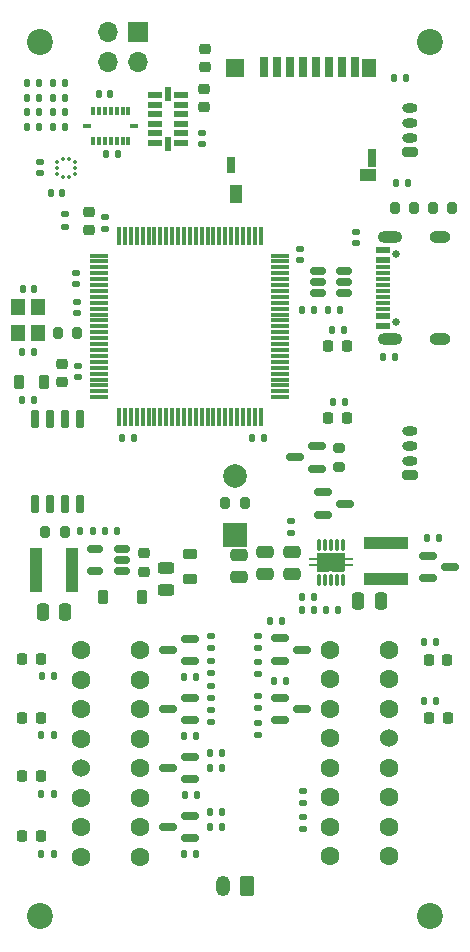
<source format=gbr>
%TF.GenerationSoftware,KiCad,Pcbnew,7.0.2-0*%
%TF.CreationDate,2023-10-14T01:58:59-05:00*%
%TF.ProjectId,Flight Computer,466c6967-6874-4204-936f-6d7075746572,1.1*%
%TF.SameCoordinates,Original*%
%TF.FileFunction,Soldermask,Top*%
%TF.FilePolarity,Negative*%
%FSLAX46Y46*%
G04 Gerber Fmt 4.6, Leading zero omitted, Abs format (unit mm)*
G04 Created by KiCad (PCBNEW 7.0.2-0) date 2023-10-14 01:58:59*
%MOMM*%
%LPD*%
G01*
G04 APERTURE LIST*
G04 Aperture macros list*
%AMRoundRect*
0 Rectangle with rounded corners*
0 $1 Rounding radius*
0 $2 $3 $4 $5 $6 $7 $8 $9 X,Y pos of 4 corners*
0 Add a 4 corners polygon primitive as box body*
4,1,4,$2,$3,$4,$5,$6,$7,$8,$9,$2,$3,0*
0 Add four circle primitives for the rounded corners*
1,1,$1+$1,$2,$3*
1,1,$1+$1,$4,$5*
1,1,$1+$1,$6,$7*
1,1,$1+$1,$8,$9*
0 Add four rect primitives between the rounded corners*
20,1,$1+$1,$2,$3,$4,$5,0*
20,1,$1+$1,$4,$5,$6,$7,0*
20,1,$1+$1,$6,$7,$8,$9,0*
20,1,$1+$1,$8,$9,$2,$3,0*%
G04 Aperture macros list end*
%ADD10RoundRect,0.150000X-0.587500X-0.150000X0.587500X-0.150000X0.587500X0.150000X-0.587500X0.150000X0*%
%ADD11RoundRect,0.135000X-0.185000X0.135000X-0.185000X-0.135000X0.185000X-0.135000X0.185000X0.135000X0*%
%ADD12RoundRect,0.218750X-0.218750X-0.256250X0.218750X-0.256250X0.218750X0.256250X-0.218750X0.256250X0*%
%ADD13RoundRect,0.150000X0.587500X0.150000X-0.587500X0.150000X-0.587500X-0.150000X0.587500X-0.150000X0*%
%ADD14RoundRect,0.200000X-0.275000X0.200000X-0.275000X-0.200000X0.275000X-0.200000X0.275000X0.200000X0*%
%ADD15RoundRect,0.218750X0.218750X0.256250X-0.218750X0.256250X-0.218750X-0.256250X0.218750X-0.256250X0*%
%ADD16RoundRect,0.135000X0.185000X-0.135000X0.185000X0.135000X-0.185000X0.135000X-0.185000X-0.135000X0*%
%ADD17RoundRect,0.135000X-0.135000X-0.185000X0.135000X-0.185000X0.135000X0.185000X-0.135000X0.185000X0*%
%ADD18RoundRect,0.200000X0.200000X0.275000X-0.200000X0.275000X-0.200000X-0.275000X0.200000X-0.275000X0*%
%ADD19RoundRect,0.140000X0.140000X0.170000X-0.140000X0.170000X-0.140000X-0.170000X0.140000X-0.170000X0*%
%ADD20RoundRect,0.225000X-0.250000X0.225000X-0.250000X-0.225000X0.250000X-0.225000X0.250000X0.225000X0*%
%ADD21RoundRect,0.140000X-0.140000X-0.170000X0.140000X-0.170000X0.140000X0.170000X-0.140000X0.170000X0*%
%ADD22RoundRect,0.218750X-0.381250X0.218750X-0.381250X-0.218750X0.381250X-0.218750X0.381250X0.218750X0*%
%ADD23RoundRect,0.140000X-0.170000X0.140000X-0.170000X-0.140000X0.170000X-0.140000X0.170000X0.140000X0*%
%ADD24RoundRect,0.218750X0.218750X0.381250X-0.218750X0.381250X-0.218750X-0.381250X0.218750X-0.381250X0*%
%ADD25RoundRect,0.200000X0.450000X-0.200000X0.450000X0.200000X-0.450000X0.200000X-0.450000X-0.200000X0*%
%ADD26O,1.300000X0.800000*%
%ADD27RoundRect,0.140000X0.170000X-0.140000X0.170000X0.140000X-0.170000X0.140000X-0.170000X-0.140000X0*%
%ADD28RoundRect,0.135000X0.135000X0.185000X-0.135000X0.185000X-0.135000X-0.185000X0.135000X-0.185000X0*%
%ADD29RoundRect,0.075000X-0.725000X-0.075000X0.725000X-0.075000X0.725000X0.075000X-0.725000X0.075000X0*%
%ADD30RoundRect,0.075000X-0.075000X-0.725000X0.075000X-0.725000X0.075000X0.725000X-0.075000X0.725000X0*%
%ADD31RoundRect,0.225000X0.250000X-0.225000X0.250000X0.225000X-0.250000X0.225000X-0.250000X-0.225000X0*%
%ADD32C,2.200000*%
%ADD33RoundRect,0.200000X-0.200000X-0.275000X0.200000X-0.275000X0.200000X0.275000X-0.200000X0.275000X0*%
%ADD34C,0.650000*%
%ADD35R,1.240000X0.600000*%
%ADD36R,1.240000X0.300000*%
%ADD37O,2.100000X1.000000*%
%ADD38O,1.800000X1.000000*%
%ADD39RoundRect,0.150000X0.512500X0.150000X-0.512500X0.150000X-0.512500X-0.150000X0.512500X-0.150000X0*%
%ADD40R,0.700000X1.750000*%
%ADD41R,1.450000X1.000000*%
%ADD42R,1.000000X1.550000*%
%ADD43R,0.800000X1.500000*%
%ADD44R,1.300000X1.500000*%
%ADD45R,1.500000X1.500000*%
%ADD46R,0.800000X1.400000*%
%ADD47RoundRect,0.250000X-0.250000X-0.475000X0.250000X-0.475000X0.250000X0.475000X-0.250000X0.475000X0*%
%ADD48R,1.200000X1.400000*%
%ADD49RoundRect,0.250000X-0.475000X0.250000X-0.475000X-0.250000X0.475000X-0.250000X0.475000X0.250000X0*%
%ADD50R,1.100000X3.700000*%
%ADD51R,3.700000X1.100000*%
%ADD52RoundRect,0.012500X0.112500X-0.325000X0.112500X0.325000X-0.112500X0.325000X-0.112500X-0.325000X0*%
%ADD53RoundRect,0.012500X0.325000X-0.112500X0.325000X0.112500X-0.325000X0.112500X-0.325000X-0.112500X0*%
%ADD54RoundRect,0.070000X-0.140000X0.140000X-0.140000X-0.140000X0.140000X-0.140000X0.140000X0.140000X0*%
%ADD55O,0.420000X0.990000*%
%ADD56C,0.600000*%
%ADD57R,1.050000X0.680000*%
%ADD58R,0.500000X0.260000*%
%ADD59R,0.700000X0.280000*%
%ADD60R,2.400000X1.650000*%
%ADD61RoundRect,0.012500X0.112500X0.125000X-0.112500X0.125000X-0.112500X-0.125000X0.112500X-0.125000X0*%
%ADD62RoundRect,0.012500X0.125000X0.112500X-0.125000X0.112500X-0.125000X-0.112500X0.125000X-0.112500X0*%
%ADD63RoundRect,0.243750X0.456250X-0.243750X0.456250X0.243750X-0.456250X0.243750X-0.456250X-0.243750X0*%
%ADD64RoundRect,0.027500X0.545000X0.247500X-0.545000X0.247500X-0.545000X-0.247500X0.545000X-0.247500X0*%
%ADD65RoundRect,0.027500X0.247500X0.545000X-0.247500X0.545000X-0.247500X-0.545000X0.247500X-0.545000X0*%
%ADD66RoundRect,0.150000X0.150000X-0.650000X0.150000X0.650000X-0.150000X0.650000X-0.150000X-0.650000X0*%
%ADD67RoundRect,0.225000X0.225000X0.375000X-0.225000X0.375000X-0.225000X-0.375000X0.225000X-0.375000X0*%
%ADD68RoundRect,0.250000X0.350000X0.625000X-0.350000X0.625000X-0.350000X-0.625000X0.350000X-0.625000X0*%
%ADD69O,1.200000X1.750000*%
%ADD70C,1.600000*%
%ADD71C,1.524000*%
%ADD72R,2.000000X2.000000*%
%ADD73C,2.000000*%
%ADD74R,1.700000X1.700000*%
%ADD75O,1.700000X1.700000*%
G04 APERTURE END LIST*
D10*
%TO.C,Q9*%
X168662500Y-109997500D03*
X168662500Y-111897500D03*
X170537500Y-110947500D03*
%TD*%
D11*
%TO.C,R3*%
X137950000Y-81090000D03*
X137950000Y-82110000D03*
%TD*%
D12*
%TO.C,D8*%
X134312500Y-123700000D03*
X135887500Y-123700000D03*
%TD*%
D13*
%TO.C,Q2*%
X148537500Y-133912500D03*
X148537500Y-132012500D03*
X146662500Y-132962500D03*
%TD*%
D14*
%TO.C,R18*%
X161150000Y-100837500D03*
X161150000Y-102487500D03*
%TD*%
D11*
%TO.C,R14*%
X154250000Y-124140000D03*
X154250000Y-125160000D03*
%TD*%
D13*
%TO.C,Q1*%
X159237500Y-102612500D03*
X159237500Y-100712500D03*
X157362500Y-101662500D03*
%TD*%
D15*
%TO.C,D2*%
X161787500Y-98362500D03*
X160212500Y-98362500D03*
%TD*%
D11*
%TO.C,R13*%
X154250000Y-121840000D03*
X154250000Y-122860000D03*
%TD*%
D16*
%TO.C,R9*%
X150270000Y-124080000D03*
X150270000Y-123060000D03*
%TD*%
D17*
%TO.C,R19*%
X164890000Y-93162500D03*
X165910000Y-93162500D03*
%TD*%
D18*
%TO.C,R2*%
X138975000Y-91087500D03*
X137325000Y-91087500D03*
%TD*%
D19*
%TO.C,C10*%
X135280000Y-92762500D03*
X134320000Y-92762500D03*
%TD*%
D17*
%TO.C,R22*%
X160020000Y-114600000D03*
X161040000Y-114600000D03*
%TD*%
D20*
%TO.C,C1*%
X149700000Y-70475000D03*
X149700000Y-72025000D03*
%TD*%
D16*
%TO.C,R23*%
X157100000Y-108022500D03*
X157100000Y-107002500D03*
%TD*%
D21*
%TO.C,C8*%
X140820000Y-70850000D03*
X141780000Y-70850000D03*
%TD*%
D19*
%TO.C,C15*%
X143730000Y-100050000D03*
X142770000Y-100050000D03*
%TD*%
D11*
%TO.C,R15*%
X150280000Y-116790000D03*
X150280000Y-117810000D03*
%TD*%
D16*
%TO.C,R35*%
X158060000Y-130957500D03*
X158060000Y-129937500D03*
%TD*%
D22*
%TO.C,FB2*%
X148550000Y-109837500D03*
X148550000Y-111962500D03*
%TD*%
D15*
%TO.C,D4*%
X170287500Y-118800000D03*
X168712500Y-118800000D03*
%TD*%
D18*
%TO.C,R21*%
X167500000Y-80550000D03*
X165850000Y-80550000D03*
%TD*%
D17*
%TO.C,R53*%
X136890000Y-71200000D03*
X137910000Y-71200000D03*
%TD*%
D23*
%TO.C,C25*%
X162580000Y-82580000D03*
X162580000Y-83540000D03*
%TD*%
D24*
%TO.C,FB1*%
X136162500Y-95312500D03*
X134037500Y-95312500D03*
%TD*%
D25*
%TO.C,J8*%
X167100000Y-103175000D03*
D26*
X167100000Y-101925000D03*
X167100000Y-100675000D03*
X167100000Y-99425000D03*
%TD*%
D27*
%TO.C,C16*%
X139000000Y-94867500D03*
X139000000Y-93907500D03*
%TD*%
D19*
%TO.C,C18*%
X158980000Y-113450000D03*
X158020000Y-113450000D03*
%TD*%
D17*
%TO.C,R37*%
X168340000Y-117300000D03*
X169360000Y-117300000D03*
%TD*%
D19*
%TO.C,C3*%
X137680000Y-79250000D03*
X136720000Y-79250000D03*
%TD*%
D28*
%TO.C,R46*%
X158980000Y-89180000D03*
X157960000Y-89180000D03*
%TD*%
%TO.C,R17*%
X161520000Y-90830000D03*
X160500000Y-90830000D03*
%TD*%
D29*
%TO.C,U1*%
X140825000Y-84562500D03*
X140825000Y-85062500D03*
X140825000Y-85562500D03*
X140825000Y-86062500D03*
X140825000Y-86562500D03*
X140825000Y-87062500D03*
X140825000Y-87562500D03*
X140825000Y-88062500D03*
X140825000Y-88562500D03*
X140825000Y-89062500D03*
X140825000Y-89562500D03*
X140825000Y-90062500D03*
X140825000Y-90562500D03*
X140825000Y-91062500D03*
X140825000Y-91562500D03*
X140825000Y-92062500D03*
X140825000Y-92562500D03*
X140825000Y-93062500D03*
X140825000Y-93562500D03*
X140825000Y-94062500D03*
X140825000Y-94562500D03*
X140825000Y-95062500D03*
X140825000Y-95562500D03*
X140825000Y-96062500D03*
X140825000Y-96562500D03*
D30*
X142500000Y-98237500D03*
X143000000Y-98237500D03*
X143500000Y-98237500D03*
X144000000Y-98237500D03*
X144500000Y-98237500D03*
X145000000Y-98237500D03*
X145500000Y-98237500D03*
X146000000Y-98237500D03*
X146500000Y-98237500D03*
X147000000Y-98237500D03*
X147500000Y-98237500D03*
X148000000Y-98237500D03*
X148500000Y-98237500D03*
X149000000Y-98237500D03*
X149500000Y-98237500D03*
X150000000Y-98237500D03*
X150500000Y-98237500D03*
X151000000Y-98237500D03*
X151500000Y-98237500D03*
X152000000Y-98237500D03*
X152500000Y-98237500D03*
X153000000Y-98237500D03*
X153500000Y-98237500D03*
X154000000Y-98237500D03*
X154500000Y-98237500D03*
D29*
X156175000Y-96562500D03*
X156175000Y-96062500D03*
X156175000Y-95562500D03*
X156175000Y-95062500D03*
X156175000Y-94562500D03*
X156175000Y-94062500D03*
X156175000Y-93562500D03*
X156175000Y-93062500D03*
X156175000Y-92562500D03*
X156175000Y-92062500D03*
X156175000Y-91562500D03*
X156175000Y-91062500D03*
X156175000Y-90562500D03*
X156175000Y-90062500D03*
X156175000Y-89562500D03*
X156175000Y-89062500D03*
X156175000Y-88562500D03*
X156175000Y-88062500D03*
X156175000Y-87562500D03*
X156175000Y-87062500D03*
X156175000Y-86562500D03*
X156175000Y-86062500D03*
X156175000Y-85562500D03*
X156175000Y-85062500D03*
X156175000Y-84562500D03*
D30*
X154500000Y-82887500D03*
X154000000Y-82887500D03*
X153500000Y-82887500D03*
X153000000Y-82887500D03*
X152500000Y-82887500D03*
X152000000Y-82887500D03*
X151500000Y-82887500D03*
X151000000Y-82887500D03*
X150500000Y-82887500D03*
X150000000Y-82887500D03*
X149500000Y-82887500D03*
X149000000Y-82887500D03*
X148500000Y-82887500D03*
X148000000Y-82887500D03*
X147500000Y-82887500D03*
X147000000Y-82887500D03*
X146500000Y-82887500D03*
X146000000Y-82887500D03*
X145500000Y-82887500D03*
X145000000Y-82887500D03*
X144500000Y-82887500D03*
X144000000Y-82887500D03*
X143500000Y-82887500D03*
X143000000Y-82887500D03*
X142500000Y-82887500D03*
%TD*%
D15*
%TO.C,D5*%
X170337500Y-123700000D03*
X168762500Y-123700000D03*
%TD*%
D31*
%TO.C,C7*%
X140000000Y-82425000D03*
X140000000Y-80875000D03*
%TD*%
D28*
%TO.C,R39*%
X137010000Y-120200000D03*
X135990000Y-120200000D03*
%TD*%
D19*
%TO.C,C29*%
X135280000Y-96800000D03*
X134320000Y-96800000D03*
%TD*%
D28*
%TO.C,R27*%
X166960000Y-78412500D03*
X165940000Y-78412500D03*
%TD*%
D17*
%TO.C,R38*%
X168340000Y-122300000D03*
X169360000Y-122300000D03*
%TD*%
%TO.C,R33*%
X148040000Y-125262500D03*
X149060000Y-125262500D03*
%TD*%
%TO.C,R44*%
X139240000Y-107850000D03*
X140260000Y-107850000D03*
%TD*%
%TO.C,R1*%
X168590000Y-108500000D03*
X169610000Y-108500000D03*
%TD*%
D28*
%TO.C,R40*%
X136960000Y-130150000D03*
X135940000Y-130150000D03*
%TD*%
D32*
%TO.C,H2*%
X135800000Y-66512500D03*
%TD*%
D33*
%TO.C,R42*%
X136275000Y-108000000D03*
X137925000Y-108000000D03*
%TD*%
D34*
%TO.C,J7*%
X165960000Y-90192500D03*
X165960000Y-84412500D03*
D35*
X164840000Y-90502500D03*
X164840000Y-89702500D03*
D36*
X164840000Y-88552500D03*
X164840000Y-87552500D03*
X164840000Y-87052500D03*
X164840000Y-86052500D03*
D35*
X164840000Y-84902500D03*
X164840000Y-84102500D03*
X164840000Y-84102500D03*
X164840000Y-84902500D03*
D36*
X164840000Y-85552500D03*
X164840000Y-86552500D03*
X164840000Y-88052500D03*
X164840000Y-89052500D03*
D35*
X164840000Y-89702500D03*
X164840000Y-90502500D03*
D37*
X165440000Y-91622500D03*
D38*
X169640000Y-91622500D03*
D37*
X165440000Y-82982500D03*
D38*
X169640000Y-82982500D03*
%TD*%
D28*
%TO.C,R30*%
X156310000Y-115550000D03*
X155290000Y-115550000D03*
%TD*%
D11*
%TO.C,R12*%
X154260000Y-118950000D03*
X154260000Y-119970000D03*
%TD*%
D23*
%TO.C,C12*%
X157850000Y-84007500D03*
X157850000Y-84967500D03*
%TD*%
D17*
%TO.C,R48*%
X134690000Y-69970000D03*
X135710000Y-69970000D03*
%TD*%
D28*
%TO.C,R8*%
X151260000Y-126650000D03*
X150240000Y-126650000D03*
%TD*%
D10*
%TO.C,Q7*%
X156122500Y-121987500D03*
X156122500Y-123887500D03*
X157997500Y-122937500D03*
%TD*%
D27*
%TO.C,C9*%
X138900000Y-86992500D03*
X138900000Y-86032500D03*
%TD*%
D12*
%TO.C,D3*%
X134312500Y-133700000D03*
X135887500Y-133700000D03*
%TD*%
D27*
%TO.C,C4*%
X135850000Y-77580000D03*
X135850000Y-76620000D03*
%TD*%
D17*
%TO.C,R49*%
X136890000Y-69970000D03*
X137910000Y-69970000D03*
%TD*%
D32*
%TO.C,H1*%
X168800000Y-66512500D03*
%TD*%
D31*
%TO.C,C24*%
X137650000Y-95262500D03*
X137650000Y-93712500D03*
%TD*%
D11*
%TO.C,R16*%
X150280000Y-118890000D03*
X150280000Y-119910000D03*
%TD*%
D39*
%TO.C,U2*%
X161587500Y-87762500D03*
X161587500Y-86812500D03*
X161587500Y-85862500D03*
X159312500Y-85862500D03*
X159312500Y-86812500D03*
X159312500Y-87762500D03*
%TD*%
D40*
%TO.C,J10*%
X154795000Y-68562500D03*
X155895000Y-68562500D03*
X156995000Y-68562500D03*
X158095000Y-68562500D03*
X159195000Y-68562500D03*
X160295000Y-68562500D03*
X161395000Y-68562500D03*
X162495000Y-68562500D03*
D41*
X163620000Y-77787500D03*
D42*
X152395000Y-79362500D03*
D43*
X163945000Y-76287500D03*
D44*
X163695000Y-68687500D03*
D45*
X152345000Y-68687500D03*
D46*
X151995000Y-76937500D03*
%TD*%
D18*
%TO.C,R28*%
X153150000Y-105512500D03*
X151500000Y-105512500D03*
%TD*%
D33*
%TO.C,R20*%
X169075000Y-80550000D03*
X170725000Y-80550000D03*
%TD*%
D47*
%TO.C,C20*%
X136050000Y-114712500D03*
X137950000Y-114712500D03*
%TD*%
D17*
%TO.C,R4*%
X150190000Y-132950000D03*
X151210000Y-132950000D03*
%TD*%
D48*
%TO.C,Y1*%
X133975000Y-88962500D03*
X133975000Y-91162500D03*
X135675000Y-91162500D03*
X135675000Y-88962500D03*
%TD*%
D28*
%TO.C,R31*%
X156610000Y-120550000D03*
X155590000Y-120550000D03*
%TD*%
%TO.C,R36*%
X136960000Y-135200000D03*
X135940000Y-135200000D03*
%TD*%
D17*
%TO.C,R52*%
X134690000Y-71200000D03*
X135710000Y-71200000D03*
%TD*%
D28*
%TO.C,R41*%
X136960000Y-125200000D03*
X135940000Y-125200000D03*
%TD*%
D10*
%TO.C,Q6*%
X156122500Y-116987500D03*
X156122500Y-118887500D03*
X157997500Y-117937500D03*
%TD*%
D49*
%TO.C,C21*%
X157150000Y-109662500D03*
X157150000Y-111562500D03*
%TD*%
%TO.C,C23*%
X152700000Y-109912500D03*
X152700000Y-111812500D03*
%TD*%
D50*
%TO.C,L2*%
X138500000Y-111212500D03*
X135500000Y-111212500D03*
%TD*%
D47*
%TO.C,C17*%
X162750000Y-113812500D03*
X164650000Y-113812500D03*
%TD*%
D28*
%TO.C,R45*%
X161190000Y-89180000D03*
X160170000Y-89180000D03*
%TD*%
D25*
%TO.C,J9*%
X167100000Y-75837500D03*
D26*
X167100000Y-74587500D03*
X167100000Y-73337500D03*
X167100000Y-72087500D03*
%TD*%
D51*
%TO.C,L1*%
X165100000Y-111912500D03*
X165100000Y-108912500D03*
%TD*%
D17*
%TO.C,R32*%
X148030000Y-120262500D03*
X149050000Y-120262500D03*
%TD*%
%TO.C,R7*%
X150240000Y-127950000D03*
X151260000Y-127950000D03*
%TD*%
D10*
%TO.C,Q4*%
X159775000Y-104612500D03*
X159775000Y-106512500D03*
X161650000Y-105562500D03*
%TD*%
D17*
%TO.C,R50*%
X134690000Y-72450000D03*
X135710000Y-72450000D03*
%TD*%
%TO.C,R55*%
X136890000Y-73700000D03*
X137910000Y-73700000D03*
%TD*%
D52*
%TO.C,U4*%
X140300000Y-72337500D03*
X140800000Y-72337500D03*
X141300000Y-72337500D03*
X141800000Y-72337500D03*
X142300000Y-72337500D03*
X142800000Y-72337500D03*
X143300000Y-72337500D03*
D53*
X143812500Y-73600000D03*
D52*
X143300000Y-74862500D03*
X142800000Y-74862500D03*
X142300000Y-74862500D03*
X141800000Y-74862500D03*
X141300000Y-74862500D03*
X140800000Y-74862500D03*
X140300000Y-74862500D03*
D53*
X139787500Y-73600000D03*
%TD*%
D16*
%TO.C,R10*%
X150270000Y-121990000D03*
X150270000Y-120970000D03*
%TD*%
D13*
%TO.C,Q5*%
X148537500Y-123912500D03*
X148537500Y-122012500D03*
X146662500Y-122962500D03*
%TD*%
D12*
%TO.C,D6*%
X134312500Y-118700000D03*
X135887500Y-118700000D03*
%TD*%
D17*
%TO.C,R5*%
X157990000Y-114600000D03*
X159010000Y-114600000D03*
%TD*%
D31*
%TO.C,C19*%
X144650000Y-111325000D03*
X144650000Y-109775000D03*
%TD*%
D28*
%TO.C,R6*%
X151210000Y-131650000D03*
X150190000Y-131650000D03*
%TD*%
D17*
%TO.C,R29*%
X148080000Y-130262500D03*
X149100000Y-130262500D03*
%TD*%
D54*
%TO.C,U8*%
X161450000Y-108777500D03*
D55*
X161450000Y-109062500D03*
D54*
X160950000Y-108777500D03*
D55*
X160950000Y-109062500D03*
D54*
X160450000Y-108777500D03*
D55*
X160450000Y-109062500D03*
D54*
X159950000Y-108777500D03*
D55*
X159950000Y-109062500D03*
D54*
X159450000Y-108777500D03*
D55*
X159450000Y-109062500D03*
X159450000Y-112012500D03*
D54*
X159450000Y-112297500D03*
D55*
X159950000Y-112012500D03*
D54*
X159950000Y-112297500D03*
D55*
X160450000Y-112012500D03*
D54*
X160450000Y-112297500D03*
D55*
X160950000Y-112012500D03*
D54*
X160950000Y-112297500D03*
D55*
X161450000Y-112012500D03*
D54*
X161450000Y-112297500D03*
D56*
X161200000Y-110037500D03*
X159700000Y-110037500D03*
D57*
X161085000Y-110087500D03*
X159815000Y-110087500D03*
D58*
X162080000Y-110287500D03*
D59*
X162000000Y-110287500D03*
X158900000Y-110287500D03*
D58*
X158820000Y-110287500D03*
D56*
X160450000Y-110537500D03*
D60*
X160450000Y-110537500D03*
D58*
X162080000Y-110787500D03*
D59*
X162000000Y-110787500D03*
X158900000Y-110787500D03*
D58*
X158820000Y-110787500D03*
D57*
X161085000Y-110987500D03*
X159815000Y-110987500D03*
D56*
X161200000Y-111037500D03*
X159700000Y-111037500D03*
%TD*%
D32*
%TO.C,H3*%
X135800000Y-140512500D03*
%TD*%
D11*
%TO.C,R11*%
X154260000Y-116740000D03*
X154260000Y-117760000D03*
%TD*%
D61*
%TO.C,U5*%
X137757500Y-77925000D03*
X138257500Y-77925000D03*
D62*
X138770000Y-77662500D03*
X138770000Y-77162500D03*
X138770000Y-76662500D03*
D61*
X138257500Y-76400000D03*
X137757500Y-76400000D03*
D62*
X137245000Y-76662500D03*
X137245000Y-77162500D03*
X137245000Y-77662500D03*
%TD*%
D63*
%TO.C,F1*%
X146500000Y-112887500D03*
X146500000Y-111012500D03*
%TD*%
D32*
%TO.C,H4*%
X168800000Y-140512500D03*
%TD*%
D20*
%TO.C,C28*%
X149750000Y-67075000D03*
X149750000Y-68625000D03*
%TD*%
D17*
%TO.C,R51*%
X136890000Y-72450000D03*
X137910000Y-72450000D03*
%TD*%
D13*
%TO.C,Q3*%
X148537500Y-128912500D03*
X148537500Y-127012500D03*
X146662500Y-127962500D03*
%TD*%
D15*
%TO.C,D1*%
X161787500Y-92250000D03*
X160212500Y-92250000D03*
%TD*%
D19*
%TO.C,C13*%
X154755000Y-100000000D03*
X153795000Y-100000000D03*
%TD*%
D64*
%TO.C,U3*%
X147750000Y-75012500D03*
X147750000Y-74212500D03*
X147750000Y-73412500D03*
X147750000Y-72612500D03*
X147750000Y-71812500D03*
X147750000Y-71012500D03*
D65*
X146652500Y-70915000D03*
D64*
X145555000Y-71012500D03*
X145555000Y-71812500D03*
X145555000Y-72612500D03*
X145555000Y-73412500D03*
X145555000Y-74212500D03*
X145555000Y-75012500D03*
D65*
X146652500Y-75110000D03*
%TD*%
D12*
%TO.C,D7*%
X134312500Y-128650000D03*
X135887500Y-128650000D03*
%TD*%
D66*
%TO.C,U7*%
X135395000Y-105600000D03*
X136665000Y-105600000D03*
X137935000Y-105600000D03*
X139205000Y-105600000D03*
X139205000Y-98400000D03*
X137935000Y-98400000D03*
X136665000Y-98400000D03*
X135395000Y-98400000D03*
%TD*%
D27*
%TO.C,C2*%
X149500000Y-75142500D03*
X149500000Y-74182500D03*
%TD*%
D28*
%TO.C,R26*%
X166810000Y-69512500D03*
X165790000Y-69512500D03*
%TD*%
D49*
%TO.C,C22*%
X154900000Y-109662500D03*
X154900000Y-111562500D03*
%TD*%
D28*
%TO.C,R24*%
X161640000Y-97007500D03*
X160620000Y-97007500D03*
%TD*%
D21*
%TO.C,C6*%
X134370000Y-87362500D03*
X135330000Y-87362500D03*
%TD*%
D17*
%TO.C,R54*%
X134690000Y-73700000D03*
X135710000Y-73700000D03*
%TD*%
D19*
%TO.C,C5*%
X142380000Y-76000000D03*
X141420000Y-76000000D03*
%TD*%
D17*
%TO.C,R34*%
X148040000Y-135262500D03*
X149060000Y-135262500D03*
%TD*%
%TO.C,R43*%
X141340000Y-107850000D03*
X142360000Y-107850000D03*
%TD*%
D27*
%TO.C,C11*%
X141350000Y-82280000D03*
X141350000Y-81320000D03*
%TD*%
D16*
%TO.C,R25*%
X158060000Y-133110000D03*
X158060000Y-132090000D03*
%TD*%
D39*
%TO.C,U9*%
X142787500Y-111300000D03*
X142787500Y-110350000D03*
X142787500Y-109400000D03*
X140512500Y-109400000D03*
X140512500Y-111300000D03*
%TD*%
D27*
%TO.C,C14*%
X138950000Y-89417500D03*
X138950000Y-88457500D03*
%TD*%
D67*
%TO.C,D15*%
X144450000Y-113450000D03*
X141150000Y-113450000D03*
%TD*%
D13*
%TO.C,Q8*%
X148537500Y-118912500D03*
X148537500Y-117012500D03*
X146662500Y-117962500D03*
%TD*%
D68*
%TO.C,J4*%
X153300000Y-137950000D03*
D69*
X151300000Y-137950000D03*
%TD*%
D70*
%TO.C,J2*%
X139300000Y-135462500D03*
X144300000Y-135462500D03*
X139300000Y-132962500D03*
X144300000Y-132962500D03*
X139300000Y-130462500D03*
X144300000Y-130462500D03*
D71*
X139300000Y-127962500D03*
D70*
X144300000Y-127962500D03*
X139300000Y-125462500D03*
X144300000Y-125462500D03*
X139300000Y-122962500D03*
X144300000Y-122962500D03*
X139300000Y-120462500D03*
X144300000Y-120462500D03*
X139300000Y-117962500D03*
X144300000Y-117962500D03*
%TD*%
D72*
%TO.C,BZ1*%
X152300000Y-108212500D03*
D73*
X152300000Y-103212500D03*
%TD*%
D70*
%TO.C,J1*%
X165350000Y-117937500D03*
X160350000Y-117937500D03*
X165350000Y-120437500D03*
X160350000Y-120437500D03*
X165350000Y-122937500D03*
X160350000Y-122937500D03*
D71*
X165350000Y-125437500D03*
D70*
X160350000Y-125437500D03*
X165350000Y-127937500D03*
X160350000Y-127937500D03*
X165350000Y-130437500D03*
X160350000Y-130437500D03*
X165350000Y-132937500D03*
X160350000Y-132937500D03*
X165350000Y-135437500D03*
X160350000Y-135437500D03*
%TD*%
D74*
%TO.C,J3*%
X144100000Y-65675000D03*
D75*
X141560000Y-65675000D03*
X144100000Y-68215000D03*
X141560000Y-68215000D03*
%TD*%
M02*

</source>
